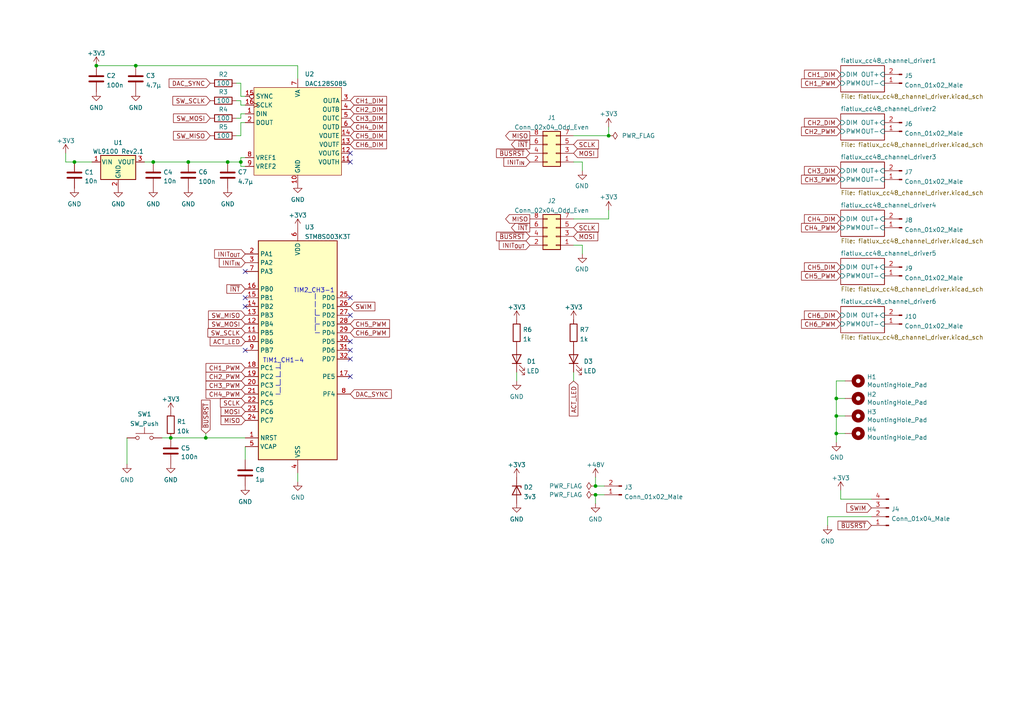
<source format=kicad_sch>
(kicad_sch (version 20211123) (generator eeschema)
  (paper "A4")
  (lib_symbols
    (symbol "Connector:Conn_01x02_Male" (pin_names (offset 1.016) hide)
      (property "Reference" "J" (at 0 2.54 0))
      (property "Value" "Conn_01x02_Male" (at 0 -5.08 0))
      (symbol "Conn_01x02_Male_1_1"
        (polyline (pts (xy 1.27 -2.54) (xy 0.8636 -2.54)) (stroke (width 0.1524)))
        (polyline (pts (xy 1.27 0) (xy 0.8636 0)) (stroke (width 0.1524)))
        (rectangle (start 0.8636 -2.413) (end 0 -2.667) (stroke (width 0.1524)) (fill (type outline)))
        (rectangle (start 0.8636 0.127) (end 0 -0.127) (stroke (width 0.1524)) (fill (type outline)))
        (pin passive line (at 5.08 0 180) (length 3.81) (name "Pin_1") (number "1"))
        (pin passive line (at 5.08 -2.54 180) (length 3.81) (name "Pin_2") (number "2"))
      )
    )
    (symbol "Connector:Conn_01x04_Male" (pin_names (offset 1.016) hide)
      (property "Reference" "J" (at 0 5.08 0))
      (property "Value" "Conn_01x04_Male" (at 0 -7.62 0))
      (symbol "Conn_01x04_Male_1_1"
        (polyline (pts (xy 1.27 -5.08) (xy 0.8636 -5.08)) (stroke (width 0.1524)))
        (polyline (pts (xy 1.27 -2.54) (xy 0.8636 -2.54)) (stroke (width 0.1524)))
        (polyline (pts (xy 1.27 0) (xy 0.8636 0)) (stroke (width 0.1524)))
        (polyline (pts (xy 1.27 2.54) (xy 0.8636 2.54)) (stroke (width 0.1524)))
        (rectangle (start 0.8636 -4.953) (end 0 -5.207) (stroke (width 0.1524)) (fill (type outline)))
        (rectangle (start 0.8636 -2.413) (end 0 -2.667) (stroke (width 0.1524)) (fill (type outline)))
        (rectangle (start 0.8636 0.127) (end 0 -0.127) (stroke (width 0.1524)) (fill (type outline)))
        (rectangle (start 0.8636 2.667) (end 0 2.413) (stroke (width 0.1524)) (fill (type outline)))
        (pin passive line (at 5.08 2.54 180) (length 3.81) (name "Pin_1") (number "1"))
        (pin passive line (at 5.08 0 180) (length 3.81) (name "Pin_2") (number "2"))
        (pin passive line (at 5.08 -2.54 180) (length 3.81) (name "Pin_3") (number "3"))
        (pin passive line (at 5.08 -5.08 180) (length 3.81) (name "Pin_4") (number "4"))
      )
    )
    (symbol "Connector_Generic:Conn_02x04_Odd_Even" (pin_names (offset 1.016) hide)
      (property "Reference" "J" (at 1.27 5.08 0))
      (property "Value" "Conn_02x04_Odd_Even" (at 1.27 -7.62 0))
      (symbol "Conn_02x04_Odd_Even_1_1"
        (rectangle (start -1.27 -4.953) (end 0 -5.207) (stroke (width 0.1524)))
        (rectangle (start -1.27 -2.413) (end 0 -2.667) (stroke (width 0.1524)))
        (rectangle (start -1.27 0.127) (end 0 -0.127) (stroke (width 0.1524)))
        (rectangle (start -1.27 2.667) (end 0 2.413) (stroke (width 0.1524)))
        (rectangle (start -1.27 3.81) (end 3.81 -6.35) (stroke (width 0.254)) (fill (type background)))
        (rectangle (start 3.81 -4.953) (end 2.54 -5.207) (stroke (width 0.1524)))
        (rectangle (start 3.81 -2.413) (end 2.54 -2.667) (stroke (width 0.1524)))
        (rectangle (start 3.81 0.127) (end 2.54 -0.127) (stroke (width 0.1524)))
        (rectangle (start 3.81 2.667) (end 2.54 2.413) (stroke (width 0.1524)))
        (pin passive line (at -5.08 2.54 0) (length 3.81) (name "Pin_1") (number "1"))
        (pin passive line (at 7.62 2.54 180) (length 3.81) (name "Pin_2") (number "2"))
        (pin passive line (at -5.08 0 0) (length 3.81) (name "Pin_3") (number "3"))
        (pin passive line (at 7.62 0 180) (length 3.81) (name "Pin_4") (number "4"))
        (pin passive line (at -5.08 -2.54 0) (length 3.81) (name "Pin_5") (number "5"))
        (pin passive line (at 7.62 -2.54 180) (length 3.81) (name "Pin_6") (number "6"))
        (pin passive line (at -5.08 -5.08 0) (length 3.81) (name "Pin_7") (number "7"))
        (pin passive line (at 7.62 -5.08 180) (length 3.81) (name "Pin_8") (number "8"))
      )
    )
    (symbol "Device:C" (pin_numbers hide) (pin_names (offset 0.254))
      (property "Reference" "C" (at 0.635 2.54 0))
      (property "Value" "C" (at 0.635 -2.54 0))
      (symbol "C_0_1"
        (polyline (pts (xy -2.032 -0.762) (xy 2.032 -0.762)) (stroke (width 0.508)))
        (polyline (pts (xy -2.032 0.762) (xy 2.032 0.762)) (stroke (width 0.508)))
      )
      (symbol "C_1_1"
        (pin passive line (at 0 3.81 270) (length 2.794) (name "~") (number "1"))
        (pin passive line (at 0 -3.81 90) (length 2.794) (name "~") (number "2"))
      )
    )
    (symbol "Device:D_Zener" (pin_numbers hide) (pin_names (offset 1.016) hide)
      (property "Reference" "D" (at 0 2.54 0))
      (property "Value" "D_Zener" (at 0 -2.54 0))
      (symbol "D_Zener_0_1"
        (polyline (pts (xy 1.27 0) (xy -1.27 0)))
        (polyline (pts (xy -1.27 -1.27) (xy -1.27 1.27) (xy -0.762 1.27)) (stroke (width 0.254)))
        (polyline (pts (xy 1.27 -1.27) (xy 1.27 1.27) (xy -1.27 0) (xy 1.27 -1.27)) (stroke (width 0.254)))
      )
      (symbol "D_Zener_1_1"
        (pin passive line (at -3.81 0 0) (length 2.54) (name "K") (number "1"))
        (pin passive line (at 3.81 0 180) (length 2.54) (name "A") (number "2"))
      )
    )
    (symbol "Device:LED" (pin_numbers hide) (pin_names (offset 1.016) hide)
      (property "Reference" "D" (at 0 2.54 0))
      (property "Value" "LED" (at 0 -2.54 0))
      (symbol "LED_0_1"
        (polyline (pts (xy -1.27 -1.27) (xy -1.27 1.27)) (stroke (width 0.254)))
        (polyline (pts (xy -1.27 0) (xy 1.27 0)))
        (polyline (pts (xy 1.27 -1.27) (xy 1.27 1.27) (xy -1.27 0) (xy 1.27 -1.27)) (stroke (width 0.254)))
        (polyline (pts (xy -3.048 -0.762) (xy -4.572 -2.286) (xy -3.81 -2.286) (xy -4.572 -2.286) (xy -4.572 -1.524)))
        (polyline (pts (xy -1.778 -0.762) (xy -3.302 -2.286) (xy -2.54 -2.286) (xy -3.302 -2.286) (xy -3.302 -1.524)))
      )
      (symbol "LED_1_1"
        (pin passive line (at -3.81 0 0) (length 2.54) (name "K") (number "1"))
        (pin passive line (at 3.81 0 180) (length 2.54) (name "A") (number "2"))
      )
    )
    (symbol "Device:R" (pin_numbers hide) (pin_names (offset 0))
      (property "Reference" "R" (at 2.032 0 90))
      (property "Value" "R" (at 0 0 90))
      (symbol "R_0_1"
        (rectangle (start -1.016 -2.54) (end 1.016 2.54) (stroke (width 0.254)))
      )
      (symbol "R_1_1"
        (pin passive line (at 0 3.81 270) (length 1.27) (name "~") (number "1"))
        (pin passive line (at 0 -3.81 90) (length 1.27) (name "~") (number "2"))
      )
    )
    (symbol "Library:DAC128S085"
      (property "Reference" "U" (at 0 -1.27 0))
      (property "Value" "DAC128S085" (at 0 1.27 0))
      (symbol "DAC128S085_0_1"
        (rectangle (start -12.7 12.7) (end 12.7 -12.7) (stroke (width 0.1524)) (fill (type background)))
      )
      (symbol "DAC128S085_1_1"
        (pin input line (at -15.24 5.08 0) (length 2.54) (name "DIN") (number "1"))
        (pin power_in line (at 0 -15.24 90) (length 2.54) (name "GND") (number "10"))
        (pin output line (at 15.24 -8.89 180) (length 2.54) (name "VOUTH") (number "11"))
        (pin output line (at 15.24 -6.35 180) (length 2.54) (name "VOUTG") (number "12"))
        (pin output line (at 15.24 -3.81 180) (length 2.54) (name "VOUTF") (number "13"))
        (pin output line (at 15.24 -1.27 180) (length 2.54) (name "VOUTE") (number "14"))
        (pin input inverted (at -15.24 10.16 0) (length 2.54) (name "SYNC") (number "15"))
        (pin input clock (at -15.24 7.62 0) (length 2.54) (name "SCLK") (number "16"))
        (pin output line (at -15.24 2.54 0) (length 2.54) (name "DOUT") (number "2"))
        (pin output line (at 15.24 8.89 180) (length 2.54) (name "OUTA") (number "3"))
        (pin output line (at 15.24 6.35 180) (length 2.54) (name "OUTB") (number "4"))
        (pin output line (at 15.24 3.81 180) (length 2.54) (name "OUTC") (number "5"))
        (pin output line (at 15.24 1.27 180) (length 2.54) (name "OUTD") (number "6"))
        (pin power_in line (at 0 15.24 270) (length 2.54) (name "VA") (number "7"))
        (pin input line (at -15.24 -7.62 0) (length 2.54) (name "VREF1") (number "8"))
        (pin input line (at -15.24 -10.16 0) (length 2.54) (name "VREF2") (number "9"))
      )
    )
    (symbol "MCU_ST_STM8:STM8S003K3T"
      (property "Reference" "U" (at 1.27 35.56 0))
      (property "Value" "STM8S003K3T" (at 1.27 33.02 0))
      (symbol "STM8S003K3T_0_1"
        (rectangle (start -11.43 31.75) (end 11.43 -31.75) (stroke (width 0.254)) (fill (type background)))
      )
      (symbol "STM8S003K3T_1_1"
        (pin input line (at -15.24 -25.4 0) (length 3.81) (name "NRST") (number "1"))
        (pin bidirectional line (at -15.24 2.54 0) (length 3.81) (name "PB6") (number "10"))
        (pin bidirectional line (at -15.24 5.08 0) (length 3.81) (name "PB5") (number "11"))
        (pin bidirectional line (at -15.24 7.62 0) (length 3.81) (name "PB4") (number "12"))
        (pin bidirectional line (at -15.24 10.16 0) (length 3.81) (name "PB3") (number "13"))
        (pin bidirectional line (at -15.24 12.7 0) (length 3.81) (name "PB2") (number "14"))
        (pin bidirectional line (at -15.24 15.24 0) (length 3.81) (name "PB1") (number "15"))
        (pin bidirectional line (at -15.24 17.78 0) (length 3.81) (name "PB0") (number "16"))
        (pin bidirectional line (at 15.24 -7.62 180) (length 3.81) (name "PE5") (number "17"))
        (pin bidirectional line (at -15.24 -5.08 0) (length 3.81) (name "PC1") (number "18"))
        (pin bidirectional line (at -15.24 -7.62 0) (length 3.81) (name "PC2") (number "19"))
        (pin bidirectional line (at -15.24 27.94 0) (length 3.81) (name "PA1") (number "2"))
        (pin bidirectional line (at -15.24 -10.16 0) (length 3.81) (name "PC3") (number "20"))
        (pin bidirectional line (at -15.24 -12.7 0) (length 3.81) (name "PC4") (number "21"))
        (pin bidirectional line (at -15.24 -15.24 0) (length 3.81) (name "PC5") (number "22"))
        (pin bidirectional line (at -15.24 -17.78 0) (length 3.81) (name "PC6") (number "23"))
        (pin bidirectional line (at -15.24 -20.32 0) (length 3.81) (name "PC7") (number "24"))
        (pin bidirectional line (at 15.24 15.24 180) (length 3.81) (name "PD0") (number "25"))
        (pin bidirectional line (at 15.24 12.7 180) (length 3.81) (name "PD1") (number "26"))
        (pin bidirectional line (at 15.24 10.16 180) (length 3.81) (name "PD2") (number "27"))
        (pin bidirectional line (at 15.24 7.62 180) (length 3.81) (name "PD3") (number "28"))
        (pin bidirectional line (at 15.24 5.08 180) (length 3.81) (name "PD4") (number "29"))
        (pin bidirectional line (at -15.24 25.4 0) (length 3.81) (name "PA2") (number "3"))
        (pin bidirectional line (at 15.24 2.54 180) (length 3.81) (name "PD5") (number "30"))
        (pin bidirectional line (at 15.24 0 180) (length 3.81) (name "PD6") (number "31"))
        (pin bidirectional line (at 15.24 -2.54 180) (length 3.81) (name "PD7") (number "32"))
        (pin power_in line (at 0 -35.56 90) (length 3.81) (name "VSS") (number "4"))
        (pin input line (at -15.24 -27.94 0) (length 3.81) (name "VCAP") (number "5"))
        (pin power_in line (at 0 35.56 270) (length 3.81) (name "VDD") (number "6"))
        (pin bidirectional line (at -15.24 22.86 0) (length 3.81) (name "PA3") (number "7"))
        (pin bidirectional line (at 15.24 -12.7 180) (length 3.81) (name "PF4") (number "8"))
        (pin bidirectional line (at -15.24 0 0) (length 3.81) (name "PB7") (number "9"))
      )
    )
    (symbol "Mechanical:MountingHole_Pad" (pin_numbers hide) (pin_names (offset 1.016) hide)
      (property "Reference" "H" (at 0 6.35 0))
      (property "Value" "MountingHole_Pad" (at 0 4.445 0))
      (symbol "MountingHole_Pad_0_1"
        (circle (center 0 1.27) (radius 1.27) (stroke (width 1.27)))
      )
      (symbol "MountingHole_Pad_1_1"
        (pin input line (at 0 -2.54 90) (length 2.54) (name "1") (number "1"))
      )
    )
    (symbol "Regulator_Linear:AP2204R-3.0" (pin_names (offset 0.254))
      (property "Reference" "U" (at -5.08 3.175 0))
      (property "Value" "AP2204R-3.0" (at 0 3.175 0))
      (symbol "AP2204R-3.0_0_1"
        (rectangle (start -5.08 1.905) (end 5.08 -5.08) (stroke (width 0.254)) (fill (type background)))
      )
      (symbol "AP2204R-3.0_1_1"
        (pin power_in line (at -7.62 0 0) (length 2.54) (name "VIN") (number "1"))
        (pin power_in line (at 0 -7.62 90) (length 2.54) (name "GND") (number "2"))
        (pin power_out line (at 7.62 0 180) (length 2.54) (name "VOUT") (number "3"))
      )
    )
    (symbol "Switch:SW_Push" (pin_numbers hide) (pin_names (offset 1.016) hide)
      (property "Reference" "SW" (at 1.27 2.54 0))
      (property "Value" "SW_Push" (at 0 -1.524 0))
      (symbol "SW_Push_0_1"
        (circle (center -2.032 0) (radius 0.508))
        (polyline (pts (xy 0 1.27) (xy 0 3.048)))
        (polyline (pts (xy 2.54 1.27) (xy -2.54 1.27)))
        (circle (center 2.032 0) (radius 0.508))
        (pin passive line (at -5.08 0 0) (length 2.54) (name "1") (number "1"))
        (pin passive line (at 5.08 0 180) (length 2.54) (name "2") (number "2"))
      )
    )
    (symbol "power:+3.3V" (power) (pin_names (offset 0))
      (property "Value" "+3.3V" (at 0 3.556 0))
      (symbol "+3.3V_0_1"
        (polyline (pts (xy -0.762 1.27) (xy 0 2.54)))
        (polyline (pts (xy 0 0) (xy 0 2.54)))
        (polyline (pts (xy 0 2.54) (xy 0.762 1.27)))
      )
      (symbol "+3.3V_1_1"
        (pin power_in line (at 0 0 90) (length 0) hide (name "+3V3") (number "1"))
      )
    )
    (symbol "power:+3V3" (power) (pin_names (offset 0))
      (property "Value" "+3V3" (at 0 3.556 0))
      (symbol "+3V3_0_1"
        (polyline (pts (xy -0.762 1.27) (xy 0 2.54)))
        (polyline (pts (xy 0 0) (xy 0 2.54)))
        (polyline (pts (xy 0 2.54) (xy 0.762 1.27)))
      )
      (symbol "+3V3_1_1"
        (pin power_in line (at 0 0 90) (length 0) hide (name "+3V3") (number "1"))
      )
    )
    (symbol "power:+48V" (power) (pin_names (offset 0))
      (property "Value" "+48V" (at 0 3.556 0))
      (symbol "+48V_0_1"
        (polyline (pts (xy -0.762 1.27) (xy 0 2.54)))
        (polyline (pts (xy 0 0) (xy 0 2.54)))
        (polyline (pts (xy 0 2.54) (xy 0.762 1.27)))
      )
      (symbol "+48V_1_1"
        (pin power_in line (at 0 0 90) (length 0) hide (name "+48V") (number "1"))
      )
    )
    (symbol "power:GND" (power) (pin_names (offset 0))
      (property "Value" "GND" (at 0 -3.81 0))
      (symbol "GND_0_1"
        (polyline (pts (xy 0 0) (xy 0 -1.27) (xy 1.27 -1.27) (xy 0 -2.54) (xy -1.27 -1.27) (xy 0 -1.27)))
      )
      (symbol "GND_1_1"
        (pin power_in line (at 0 0 270) (length 0) hide (name "GND") (number "1"))
      )
    )
    (symbol "power:PWR_FLAG" (power) (pin_numbers hide) (pin_names (offset 0) hide)
      (property "Value" "PWR_FLAG" (at 0 3.81 0))
      (symbol "PWR_FLAG_0_0"
        (pin power_out line (at 0 0 90) (length 0) (name "pwr") (number "1"))
      )
      (symbol "PWR_FLAG_0_1"
        (polyline (pts (xy 0 0) (xy 0 1.27) (xy -1.016 1.905) (xy 0 2.54) (xy 1.016 1.905) (xy 0 1.27)))
      )
    )
  )
  (junction (at 44.45 46.99))
  (junction (at 242.57 115.57))
  (junction (at 172.72 140.97))
  (junction (at 66.04 46.99))
  (junction (at 39.37 19.05))
  (junction (at 69.85 46.99))
  (junction (at 21.59 46.99))
  (junction (at 242.57 125.73))
  (junction (at 172.72 143.51))
  (junction (at 54.61 46.99))
  (junction (at 27.94 19.05))
  (junction (at 242.57 120.65))
  (junction (at 49.53 127))
  (junction (at 176.53 39.37))
  (junction (at 59.69 127))
  (no_connect (at 101.6 109.22))
  (no_connect (at 101.6 44.45))
  (no_connect (at 101.6 46.99))
  (no_connect (at 101.6 101.6))
  (no_connect (at 101.6 99.06))
  (no_connect (at 101.6 104.14))
  (no_connect (at 71.12 88.9))
  (no_connect (at 101.6 86.36))
  (no_connect (at 71.12 78.74))
  (no_connect (at 71.12 101.6))
  (no_connect (at 71.12 86.36))
  (no_connect (at 101.6 91.44))
  (wire (pts (xy 69.85 27.94) (xy 69.85 24.13)))
  (wire (pts (xy 86.36 19.05) (xy 86.36 22.86)))
  (wire (pts (xy 27.94 19.05) (xy 39.37 19.05)))
  (wire (pts (xy 243.84 144.78) (xy 243.84 142.24)))
  (wire (pts (xy 69.85 46.99) (xy 69.85 48.26)))
  (wire (pts (xy 176.53 36.83) (xy 176.53 39.37)))
  (polyline (pts (xy 91.44 91.44) (xy 92.71 91.44)))
  (wire (pts (xy 59.69 127) (xy 71.12 127)))
  (wire (pts (xy 69.85 39.37) (xy 68.58 39.37)))
  (wire (pts (xy 39.37 19.05) (xy 86.36 19.05)))
  (wire (pts (xy 19.05 46.99) (xy 21.59 46.99)))
  (wire (pts (xy 252.73 144.78) (xy 243.84 144.78)))
  (wire (pts (xy 242.57 115.57) (xy 242.57 120.65)))
  (wire (pts (xy 69.85 24.13) (xy 68.58 24.13)))
  (wire (pts (xy 242.57 115.57) (xy 245.11 115.57)))
  (wire (pts (xy 166.37 46.99) (xy 168.91 46.99)))
  (polyline (pts (xy 91.44 85.09) (xy 91.44 96.52)))
  (wire (pts (xy 69.85 45.72) (xy 69.85 46.99)))
  (wire (pts (xy 66.04 46.99) (xy 69.85 46.99)))
  (wire (pts (xy 172.72 140.97) (xy 175.26 140.97)))
  (wire (pts (xy 242.57 125.73) (xy 242.57 128.27)))
  (wire (pts (xy 44.45 46.99) (xy 54.61 46.99)))
  (polyline (pts (xy 91.44 93.98) (xy 92.71 93.98)))
  (wire (pts (xy 176.53 39.37) (xy 166.37 39.37)))
  (wire (pts (xy 41.91 46.99) (xy 44.45 46.99)))
  (wire (pts (xy 240.03 149.86) (xy 240.03 152.4)))
  (wire (pts (xy 242.57 120.65) (xy 245.11 120.65)))
  (wire (pts (xy 168.91 46.99) (xy 168.91 49.53)))
  (polyline (pts (xy 80.01 111.76) (xy 81.28 111.76)))
  (wire (pts (xy 69.85 45.72) (xy 71.12 45.72)))
  (wire (pts (xy 240.03 149.86) (xy 252.73 149.86)))
  (wire (pts (xy 49.53 127) (xy 59.69 127)))
  (polyline (pts (xy 80.01 109.22) (xy 81.28 109.22)))
  (polyline (pts (xy 91.44 96.52) (xy 92.71 96.52)))
  (wire (pts (xy 21.59 46.99) (xy 26.67 46.99)))
  (wire (pts (xy 175.26 143.51) (xy 172.72 143.51)))
  (wire (pts (xy 69.85 30.48) (xy 71.12 30.48)))
  (wire (pts (xy 168.91 71.12) (xy 168.91 73.66)))
  (wire (pts (xy 46.99 127) (xy 49.53 127)))
  (wire (pts (xy 242.57 110.49) (xy 242.57 115.57)))
  (wire (pts (xy 36.83 127) (xy 36.83 134.62)))
  (wire (pts (xy 176.53 63.5) (xy 166.37 63.5)))
  (wire (pts (xy 172.72 138.43) (xy 172.72 140.97)))
  (wire (pts (xy 71.12 48.26) (xy 69.85 48.26)))
  (wire (pts (xy 69.85 33.02) (xy 69.85 34.29)))
  (wire (pts (xy 71.12 33.02) (xy 69.85 33.02)))
  (wire (pts (xy 69.85 29.21) (xy 69.85 30.48)))
  (polyline (pts (xy 80.01 114.3) (xy 81.28 114.3)))
  (wire (pts (xy 176.53 60.96) (xy 176.53 63.5)))
  (wire (pts (xy 149.86 107.95) (xy 149.86 110.49)))
  (wire (pts (xy 245.11 110.49) (xy 242.57 110.49)))
  (wire (pts (xy 71.12 27.94) (xy 69.85 27.94)))
  (wire (pts (xy 71.12 35.56) (xy 69.85 35.56)))
  (polyline (pts (xy 81.28 105.41) (xy 81.28 114.3)))
  (wire (pts (xy 86.36 137.16) (xy 86.36 139.7)))
  (wire (pts (xy 68.58 34.29) (xy 69.85 34.29)))
  (wire (pts (xy 172.72 143.51) (xy 172.72 146.05)))
  (polyline (pts (xy 80.01 106.68) (xy 81.28 106.68)))
  (wire (pts (xy 166.37 71.12) (xy 168.91 71.12)))
  (wire (pts (xy 245.11 125.73) (xy 242.57 125.73)))
  (wire (pts (xy 59.69 125.73) (xy 59.69 127)))
  (wire (pts (xy 68.58 29.21) (xy 69.85 29.21)))
  (wire (pts (xy 71.12 129.54) (xy 71.12 133.35)))
  (wire (pts (xy 19.05 46.99) (xy 19.05 44.45)))
  (wire (pts (xy 242.57 120.65) (xy 242.57 125.73)))
  (wire (pts (xy 166.37 107.95) (xy 166.37 110.49)))
  (wire (pts (xy 54.61 46.99) (xy 66.04 46.99)))
  (wire (pts (xy 69.85 35.56) (xy 69.85 39.37)))
  (text "TIM1_CH1-4" (at 76.2 105.41 0) (effects (font (size 1.27 1.27)) (justify left bottom)))
  (text "TIM2_CH3-1" (at 85.09 85.09 0) (effects (font (size 1.27 1.27)) (justify left bottom)))
  (global_label "CH6_DIM" (shape input) (at 243.84 91.44 180) (property "Intersheet References" "${INTERSHEET_REFS}" (effects hide)))
  (global_label "SW_SCLK" (shape input) (at 60.96 29.21 180) (property "Intersheet References" "${INTERSHEET_REFS}" (effects hide)))
  (global_label "INIT_{OUT}" (shape input) (at 153.67 71.12 180) (property "Referenzen zwischen Schaltplänen" "${INTERSHEET_REFS}" (effects hide)))
  (global_label "CH2_DIM" (shape input) (at 101.6 31.75 0) (property "Intersheet References" "${INTERSHEET_REFS}" (effects hide)))
  (global_label "CH5_PWM" (shape input) (at 101.6 93.98 0) (property "Intersheet References" "${INTERSHEET_REFS}" (effects hide)))
  (global_label "CH5_DIM" (shape input) (at 243.84 77.47 180) (property "Intersheet References" "${INTERSHEET_REFS}" (effects hide)))
  (global_label "SCLK" (shape input) (at 166.37 66.04 0) (property "Referenzen zwischen Schaltplänen" "${INTERSHEET_REFS}" (effects hide)))
  (global_label "MOSI" (shape input) (at 166.37 68.58 0) (property "Referenzen zwischen Schaltplänen" "${INTERSHEET_REFS}" (effects hide)))
  (global_label "SW_MISO" (shape input) (at 71.12 91.44 180) (property "Intersheet References" "${INTERSHEET_REFS}" (effects hide)))
  (global_label "SW_MOSI" (shape input) (at 71.12 93.98 180) (property "Intersheet References" "${INTERSHEET_REFS}" (effects hide)))
  (global_label "CH2_PWM" (shape input) (at 71.12 109.22 180) (property "Intersheet References" "${INTERSHEET_REFS}" (effects hide)))
  (global_label "CH4_PWM" (shape input) (at 71.12 114.3 180) (property "Intersheet References" "${INTERSHEET_REFS}" (effects hide)))
  (global_label "~{BUSRST}" (shape input) (at 252.73 152.4 180) (property "Referenzen zwischen Schaltplänen" "${INTERSHEET_REFS}" (effects hide)))
  (global_label "ACT_LED" (shape input) (at 166.37 110.49 270) (property "Intersheet References" "${INTERSHEET_REFS}" (effects hide)))
  (global_label "INIT_{IN}" (shape input) (at 153.67 46.99 180) (property "Referenzen zwischen Schaltplänen" "${INTERSHEET_REFS}" (effects hide)))
  (global_label "SCLK" (shape input) (at 166.37 41.91 0) (property "Referenzen zwischen Schaltplänen" "${INTERSHEET_REFS}" (effects hide)))
  (global_label "MOSI" (shape input) (at 166.37 44.45 0) (property "Referenzen zwischen Schaltplänen" "${INTERSHEET_REFS}" (effects hide)))
  (global_label "~{INT}" (shape output) (at 153.67 41.91 180) (property "Referenzen zwischen Schaltplänen" "${INTERSHEET_REFS}" (effects hide)))
  (global_label "SWIM" (shape input) (at 101.6 88.9 0) (property "Intersheet References" "${INTERSHEET_REFS}" (effects hide)))
  (global_label "CH1_DIM" (shape input) (at 101.6 29.21 0) (property "Intersheet References" "${INTERSHEET_REFS}" (effects hide)))
  (global_label "SWIM" (shape input) (at 252.73 147.32 180) (property "Intersheet References" "${INTERSHEET_REFS}" (effects hide)))
  (global_label "CH3_DIM" (shape input) (at 101.6 34.29 0) (property "Intersheet References" "${INTERSHEET_REFS}" (effects hide)))
  (global_label "SW_MOSI" (shape input) (at 60.96 34.29 180) (property "Intersheet References" "${INTERSHEET_REFS}" (effects hide)))
  (global_label "MISO" (shape output) (at 153.67 63.5 180) (property "Referenzen zwischen Schaltplänen" "${INTERSHEET_REFS}" (effects hide)))
  (global_label "~{INT}" (shape output) (at 153.67 66.04 180) (property "Referenzen zwischen Schaltplänen" "${INTERSHEET_REFS}" (effects hide)))
  (global_label "CH6_PWM" (shape input) (at 243.84 93.98 180) (property "Intersheet References" "${INTERSHEET_REFS}" (effects hide)))
  (global_label "CH3_DIM" (shape input) (at 243.84 49.53 180) (property "Intersheet References" "${INTERSHEET_REFS}" (effects hide)))
  (global_label "CH3_PWM" (shape input) (at 71.12 111.76 180) (property "Intersheet References" "${INTERSHEET_REFS}" (effects hide)))
  (global_label "CH1_PWM" (shape input) (at 71.12 106.68 180) (property "Intersheet References" "${INTERSHEET_REFS}" (effects hide)))
  (global_label "MOSI" (shape input) (at 71.12 119.38 180) (property "Intersheet References" "${INTERSHEET_REFS}" (effects hide)))
  (global_label "SW_SCLK" (shape input) (at 71.12 96.52 180) (property "Intersheet References" "${INTERSHEET_REFS}" (effects hide)))
  (global_label "CH4_DIM" (shape input) (at 243.84 63.5 180) (property "Intersheet References" "${INTERSHEET_REFS}" (effects hide)))
  (global_label "DAC_SYNC" (shape input) (at 60.96 24.13 180) (property "Intersheet References" "${INTERSHEET_REFS}" (effects hide)))
  (global_label "SCLK" (shape input) (at 71.12 116.84 180) (property "Intersheet References" "${INTERSHEET_REFS}" (effects hide)))
  (global_label "~{BUSRST}" (shape input) (at 153.67 44.45 180) (property "Referenzen zwischen Schaltplänen" "${INTERSHEET_REFS}" (effects hide)))
  (global_label "CH3_PWM" (shape input) (at 243.84 52.07 180) (property "Intersheet References" "${INTERSHEET_REFS}" (effects hide)))
  (global_label "DAC_SYNC" (shape input) (at 101.6 114.3 0) (property "Intersheet References" "${INTERSHEET_REFS}" (effects hide)))
  (global_label "MISO" (shape output) (at 153.67 39.37 180) (property "Referenzen zwischen Schaltplänen" "${INTERSHEET_REFS}" (effects hide)))
  (global_label "CH5_DIM" (shape input) (at 101.6 39.37 0) (property "Intersheet References" "${INTERSHEET_REFS}" (effects hide)))
  (global_label "INIT_{IN}" (shape input) (at 71.12 76.2 180) (property "Intersheet References" "${INTERSHEET_REFS}" (effects hide)))
  (global_label "~{BUSRST}" (shape input) (at 59.69 125.73 90) (property "Referenzen zwischen Schaltplänen" "${INTERSHEET_REFS}" (effects hide)))
  (global_label "CH2_PWM" (shape input) (at 243.84 38.1 180) (property "Intersheet References" "${INTERSHEET_REFS}" (effects hide)))
  (global_label "SW_MISO" (shape input) (at 60.96 39.37 180) (property "Intersheet References" "${INTERSHEET_REFS}" (effects hide)))
  (global_label "INIT_{OUT}" (shape input) (at 71.12 73.66 180) (property "Intersheet References" "${INTERSHEET_REFS}" (effects hide)))
  (global_label "CH5_PWM" (shape input) (at 243.84 80.01 180) (property "Intersheet References" "${INTERSHEET_REFS}" (effects hide)))
  (global_label "CH2_DIM" (shape input) (at 243.84 35.56 180) (property "Intersheet References" "${INTERSHEET_REFS}" (effects hide)))
  (global_label "CH4_PWM" (shape input) (at 243.84 66.04 180) (property "Intersheet References" "${INTERSHEET_REFS}" (effects hide)))
  (global_label "CH6_PWM" (shape input) (at 101.6 96.52 0) (property "Intersheet References" "${INTERSHEET_REFS}" (effects hide)))
  (global_label "~{INT}" (shape input) (at 71.12 83.82 180) (property "Intersheet References" "${INTERSHEET_REFS}" (effects hide)))
  (global_label "CH6_DIM" (shape input) (at 101.6 41.91 0) (property "Intersheet References" "${INTERSHEET_REFS}" (effects hide)))
  (global_label "ACT_LED" (shape input) (at 71.12 99.06 180) (property "Intersheet References" "${INTERSHEET_REFS}" (effects hide)))
  (global_label "MISO" (shape input) (at 71.12 121.92 180) (property "Intersheet References" "${INTERSHEET_REFS}" (effects hide)))
  (global_label "CH1_PWM" (shape input) (at 243.84 24.13 180) (property "Intersheet References" "${INTERSHEET_REFS}" (effects hide)))
  (global_label "CH1_DIM" (shape input) (at 243.84 21.59 180) (property "Intersheet References" "${INTERSHEET_REFS}" (effects hide)))
  (global_label "~{BUSRST}" (shape input) (at 153.67 68.58 180) (property "Referenzen zwischen Schaltplänen" "${INTERSHEET_REFS}" (effects hide)))
  (global_label "CH4_DIM" (shape input) (at 101.6 36.83 0) (property "Intersheet References" "${INTERSHEET_REFS}" (effects hide)))
  (symbol (lib_id "Mechanical:MountingHole_Pad") (at 247.65 125.73 270) (unit 1)
    (property "Reference" "H4" (at 251.46 124.5616 90) (effects (justify left)))
    (property "Value" "MountingHole_Pad" (at 251.46 126.873 90) (effects (justify left)))
    (property "Footprint" "MountingHole:MountingHole_2.2mm_M2_Pad_Via" (effects hide))
    (property "LCSC" "-" (effects hide))
  )
  (symbol (lib_id "Device:LED") (at 166.37 104.14 90) (unit 1)
    (property "Reference" "D3" (at 169.291 104.819 90) (effects (justify right)))
    (property "Value" "LED" (at 169.291 107.5941 90) (effects (justify right)))
    (property "Footprint" "LED_SMD:LED_0805_2012Metric" (effects hide))
  )
  (symbol (lib_id "power:PWR_FLAG") (at 172.72 140.97 90) (unit 1)
    (property "Reference" "#FLG01" (effects hide))
    (property "Value" "PWR_FLAG" (at 168.91 140.9699 90) (effects (justify left)))
  )
  (symbol (lib_id "Device:C") (at 21.59 50.8 0) (unit 1)
    (property "Reference" "C1" (at 24.511 49.9653 0) (effects (justify left)))
    (property "Value" "10n" (at 24.511 52.5022 0) (effects (justify left)))
    (property "Footprint" "Capacitor_SMD:C_0805_2012Metric" (effects hide))
  )
  (symbol (lib_id "Device:D_Zener") (at 149.86 142.24 270) (unit 1)
    (property "Reference" "D2" (at 151.892 141.3315 90) (effects (justify left)))
    (property "Value" "3v3" (at 151.892 144.1066 90) (effects (justify left)))
    (property "Footprint" "Diode_SMD:D_MiniMELF" (effects hide))
  )
  (symbol (lib_id "power:GND") (at 71.12 140.97 0) (unit 1)
    (property "Reference" "#PWR013" (effects hide))
    (property "Value" "GND" (at 71.12 145.5325 0))
  )
  (symbol (lib_id "Device:C") (at 27.94 22.86 0) (unit 1)
    (property "Reference" "C2" (at 30.861 21.9515 0) (effects (justify left)))
    (property "Value" "100n" (at 30.861 24.7266 0) (effects (justify left)))
    (property "Footprint" "Capacitor_SMD:C_0805_2012Metric" (effects hide))
  )
  (symbol (lib_id "power:GND") (at 66.04 54.61 0) (unit 1)
    (property "Reference" "#PWR012" (effects hide))
    (property "Value" "GND" (at 66.04 59.1725 0))
  )
  (symbol (lib_id "Device:R") (at 149.86 96.52 0) (unit 1)
    (property "Reference" "R6" (at 151.638 95.6115 0) (effects (justify left)))
    (property "Value" "1k" (at 151.638 98.3866 0) (effects (justify left)))
    (property "Footprint" "Resistor_SMD:R_0603_1608Metric" (effects hide))
  )
  (symbol (lib_id "Connector:Conn_01x02_Male") (at 261.62 38.1 180) (unit 1)
    (property "Reference" "J6" (at 262.3312 35.9215 0) (effects (justify right)))
    (property "Value" "Conn_01x02_Male" (at 262.3312 38.6966 0) (effects (justify right)))
    (property "Footprint" "TerminalBlock:TerminalBlock_bornier-2_P5.08mm" (effects hide))
  )
  (symbol (lib_id "Connector:Conn_01x02_Male") (at 180.34 143.51 180) (unit 1)
    (property "Reference" "J3" (at 181.0512 141.3315 0) (effects (justify right)))
    (property "Value" "Conn_01x02_Male" (at 181.0512 144.1066 0) (effects (justify right)))
    (property "Footprint" "TerminalBlock:TerminalBlock_bornier-2_P5.08mm" (effects hide))
  )
  (symbol (lib_id "power:+3V3") (at 19.05 44.45 0) (unit 1)
    (property "Reference" "#PWR01" (effects hide))
    (property "Value" "+3V3" (at 19.05 40.8455 0))
  )
  (symbol (lib_id "Mechanical:MountingHole_Pad") (at 247.65 115.57 270) (unit 1)
    (property "Reference" "H2" (at 251.46 114.4016 90) (effects (justify left)))
    (property "Value" "MountingHole_Pad" (at 251.46 116.713 90) (effects (justify left)))
    (property "Footprint" "MountingHole:MountingHole_2.2mm_M2_Pad_Via" (effects hide))
    (property "LCSC" "-" (effects hide))
  )
  (symbol (lib_id "power:GND") (at 39.37 26.67 0) (unit 1)
    (property "Reference" "#PWR07" (effects hide))
    (property "Value" "GND" (at 39.37 31.2325 0))
  )
  (symbol (lib_id "Device:R") (at 166.37 96.52 0) (unit 1)
    (property "Reference" "R7" (at 168.148 95.6115 0) (effects (justify left)))
    (property "Value" "1k" (at 168.148 98.3866 0) (effects (justify left)))
    (property "Footprint" "Resistor_SMD:R_0603_1608Metric" (effects hide))
  )
  (symbol (lib_id "Connector:Conn_01x02_Male") (at 261.62 80.01 180) (unit 1)
    (property "Reference" "J9" (at 262.3312 77.8315 0) (effects (justify right)))
    (property "Value" "Conn_01x02_Male" (at 262.3312 80.6066 0) (effects (justify right)))
    (property "Footprint" "TerminalBlock:TerminalBlock_bornier-2_P5.08mm" (effects hide))
  )
  (symbol (lib_id "power:GND") (at 242.57 128.27 0) (unit 1)
    (property "Reference" "#PWR029" (effects hide))
    (property "Value" "GND" (at 242.697 132.6642 0))
  )
  (symbol (lib_id "Device:C") (at 66.04 50.8 0) (unit 1)
    (property "Reference" "C7" (at 68.961 49.8915 0) (effects (justify left)))
    (property "Value" "4.7µ" (at 68.961 52.6666 0) (effects (justify left)))
    (property "Footprint" "Capacitor_SMD:C_0805_2012Metric" (effects hide))
  )
  (symbol (lib_id "Connector:Conn_01x02_Male") (at 261.62 66.04 180) (unit 1)
    (property "Reference" "J8" (at 262.3312 63.8615 0) (effects (justify right)))
    (property "Value" "Conn_01x02_Male" (at 262.3312 66.6366 0) (effects (justify right)))
    (property "Footprint" "TerminalBlock:TerminalBlock_bornier-2_P5.08mm" (effects hide))
  )
  (symbol (lib_id "power:GND") (at 27.94 26.67 0) (unit 1)
    (property "Reference" "#PWR04" (effects hide))
    (property "Value" "GND" (at 27.94 31.2325 0))
  )
  (symbol (lib_id "Device:C") (at 54.61 50.8 0) (unit 1)
    (property "Reference" "C6" (at 57.531 49.8915 0) (effects (justify left)))
    (property "Value" "100n" (at 57.531 52.6666 0) (effects (justify left)))
    (property "Footprint" "Capacitor_SMD:C_0805_2012Metric" (effects hide))
  )
  (symbol (lib_id "Device:C") (at 44.45 50.8 0) (unit 1)
    (property "Reference" "C4" (at 47.371 49.9653 0) (effects (justify left)))
    (property "Value" "10n" (at 47.371 52.5022 0) (effects (justify left)))
    (property "Footprint" "Capacitor_SMD:C_0805_2012Metric" (effects hide))
  )
  (symbol (lib_id "power:+48V") (at 172.72 138.43 0) (unit 1)
    (property "Reference" "#PWR024" (effects hide))
    (property "Value" "+48V" (at 172.72 134.8255 0))
  )
  (symbol (lib_id "Device:R") (at 64.77 24.13 90) (unit 1)
    (property "Reference" "R2" (at 64.77 21.59 90))
    (property "Value" "100" (at 64.77 24.13 90))
    (property "Footprint" "Resistor_SMD:R_0603_1608Metric" (effects hide))
  )
  (symbol (lib_id "Connector:Conn_01x04_Male") (at 257.81 149.86 180) (unit 1)
    (property "Reference" "J4" (at 258.5212 147.6815 0) (effects (justify right)))
    (property "Value" "Conn_01x04_Male" (at 258.5212 150.4566 0) (effects (justify right)))
    (property "Footprint" "Connector_PinHeader_2.54mm:PinHeader_1x04_P2.54mm_Vertical" (effects hide))
  )
  (symbol (lib_id "Device:C") (at 49.53 130.81 0) (unit 1)
    (property "Reference" "C5" (at 52.451 129.9753 0) (effects (justify left)))
    (property "Value" "100n" (at 52.451 132.5122 0) (effects (justify left)))
    (property "Footprint" "Capacitor_SMD:C_0805_2012Metric" (effects hide))
  )
  (symbol (lib_id "Connector:Conn_01x02_Male") (at 261.62 52.07 180) (unit 1)
    (property "Reference" "J7" (at 262.3312 49.8915 0) (effects (justify right)))
    (property "Value" "Conn_01x02_Male" (at 262.3312 52.6666 0) (effects (justify right)))
    (property "Footprint" "TerminalBlock:TerminalBlock_bornier-2_P5.08mm" (effects hide))
  )
  (symbol (lib_id "Device:R") (at 64.77 39.37 90) (unit 1)
    (property "Reference" "R5" (at 64.77 36.83 90))
    (property "Value" "100" (at 64.77 39.37 90))
    (property "Footprint" "Resistor_SMD:R_0603_1608Metric" (effects hide))
  )
  (symbol (lib_id "MCU_ST_STM8:STM8S003K3T") (at 86.36 101.6 0) (unit 1)
    (property "Reference" "U3" (at 88.3794 65.8835 0) (effects (justify left)))
    (property "Value" "STM8S003K3T" (at 88.3794 68.6586 0) (effects (justify left)))
    (property "Footprint" "Package_QFP:LQFP-32_7x7mm_P0.8mm" (effects hide))
    (property "Datasheet" "http://www.st.com/st-web-ui/static/active/en/resource/technical/document/datasheet/DM00024550.pdf" (effects hide))
    (property "LCSC" "C92470" (effects hide))
  )
  (symbol (lib_id "Mechanical:MountingHole_Pad") (at 247.65 120.65 270) (unit 1)
    (property "Reference" "H3" (at 251.46 119.4816 90) (effects (justify left)))
    (property "Value" "MountingHole_Pad" (at 251.46 121.793 90) (effects (justify left)))
    (property "Footprint" "MountingHole:MountingHole_2.2mm_M2_Pad_Via" (effects hide))
    (property "LCSC" "-" (effects hide))
  )
  (symbol (lib_id "power:GND") (at 168.91 49.53 0) (mirror y) (unit 1)
    (property "Reference" "#PWR022" (effects hide))
    (property "Value" "GND" (at 168.783 53.9242 0))
  )
  (symbol (lib_id "power:GND") (at 36.83 134.62 0) (unit 1)
    (property "Reference" "#PWR06" (effects hide))
    (property "Value" "GND" (at 36.83 139.1825 0))
  )
  (symbol (lib_id "Connector:Conn_01x02_Male") (at 261.62 93.98 180) (unit 1)
    (property "Reference" "J10" (at 262.3312 91.8015 0) (effects (justify right)))
    (property "Value" "Conn_01x02_Male" (at 262.3312 94.5766 0) (effects (justify right)))
    (property "Footprint" "TerminalBlock:TerminalBlock_bornier-2_P5.08mm" (effects hide))
  )
  (symbol (lib_id "power:GND") (at 240.03 152.4 0) (unit 1)
    (property "Reference" "#PWR028" (effects hide))
    (property "Value" "GND" (at 240.03 156.9625 0))
  )
  (symbol (lib_id "power:GND") (at 54.61 54.61 0) (unit 1)
    (property "Reference" "#PWR011" (effects hide))
    (property "Value" "GND" (at 54.61 59.1725 0))
  )
  (symbol (lib_id "power:+3.3V") (at 176.53 60.96 0) (unit 1)
    (property "Reference" "#PWR027" (effects hide))
    (property "Value" "+3.3V" (at 176.53 57.15 0))
  )
  (symbol (lib_id "Device:R") (at 49.53 123.19 0) (unit 1)
    (property "Reference" "R1" (at 51.308 122.2815 0) (effects (justify left)))
    (property "Value" "10k" (at 51.308 125.0566 0) (effects (justify left)))
    (property "Footprint" "Resistor_SMD:R_0603_1608Metric" (effects hide))
  )
  (symbol (lib_id "Regulator_Linear:AP2204R-3.0") (at 34.29 46.99 0) (unit 1)
    (property "Reference" "U1" (at 34.29 41.3852 0))
    (property "Value" "WL9100 Rev2.1" (at 34.29 43.9221 0))
    (property "Footprint" "Package_TO_SOT_SMD:SOT-23" (effects hide))
    (property "Datasheet" "https://www.diodes.com/assets/Datasheets/AP2204.pdf" (effects hide))
  )
  (symbol (lib_id "Library:DAC128S085") (at 86.36 38.1 0) (unit 1)
    (property "Reference" "U2" (at 88.3794 21.4843 0) (effects (justify left)))
    (property "Value" "DAC128S085" (at 88.3794 24.2594 0) (effects (justify left)))
    (property "Footprint" "Package_SO:SSOP-16_3.9x4.9mm_P0.635mm" (effects hide))
    (property "LCSC" "C882851" (effects hide))
  )
  (symbol (lib_id "power:+3V3") (at 149.86 92.71 0) (unit 1)
    (property "Reference" "#PWR017" (effects hide))
    (property "Value" "+3V3" (at 149.86 89.1055 0))
  )
  (symbol (lib_id "power:GND") (at 172.72 146.05 0) (unit 1)
    (property "Reference" "#PWR025" (effects hide))
    (property "Value" "GND" (at 172.72 150.6125 0))
  )
  (symbol (lib_id "Mechanical:MountingHole_Pad") (at 247.65 110.49 270) (unit 1)
    (property "Reference" "H1" (at 251.46 109.3216 90) (effects (justify left)))
    (property "Value" "MountingHole_Pad" (at 251.46 111.633 90) (effects (justify left)))
    (property "Footprint" "MountingHole:MountingHole_2.2mm_M2_Pad_Via" (effects hide))
    (property "LCSC" "-" (effects hide))
  )
  (symbol (lib_id "power:GND") (at 168.91 73.66 0) (mirror y) (unit 1)
    (property "Reference" "#PWR023" (effects hide))
    (property "Value" "GND" (at 168.783 78.0542 0))
  )
  (symbol (lib_id "power:GND") (at 149.86 110.49 0) (unit 1)
    (property "Reference" "#PWR018" (effects hide))
    (property "Value" "GND" (at 149.86 115.0525 0))
  )
  (symbol (lib_id "power:+3V3") (at 27.94 19.05 0) (unit 1)
    (property "Reference" "#PWR03" (effects hide))
    (property "Value" "+3V3" (at 27.94 15.4455 0))
  )
  (symbol (lib_id "power:GND") (at 49.53 134.62 0) (unit 1)
    (property "Reference" "#PWR010" (effects hide))
    (property "Value" "GND" (at 49.53 139.1825 0))
  )
  (symbol (lib_id "power:PWR_FLAG") (at 176.53 39.37 270) (unit 1)
    (property "Reference" "#FLG03" (effects hide))
    (property "Value" "PWR_FLAG" (at 180.34 39.3699 90) (effects (justify left)))
  )
  (symbol (lib_id "power:+3V3") (at 166.37 92.71 0) (unit 1)
    (property "Reference" "#PWR021" (effects hide))
    (property "Value" "+3V3" (at 166.37 89.1055 0))
  )
  (symbol (lib_id "power:PWR_FLAG") (at 172.72 143.51 90) (unit 1)
    (property "Reference" "#FLG02" (effects hide))
    (property "Value" "PWR_FLAG" (at 168.91 143.5099 90) (effects (justify left)))
  )
  (symbol (lib_id "power:GND") (at 21.59 54.61 0) (unit 1)
    (property "Reference" "#PWR02" (effects hide))
    (property "Value" "GND" (at 21.59 59.1725 0))
  )
  (symbol (lib_id "Device:C") (at 39.37 22.86 0) (unit 1)
    (property "Reference" "C3" (at 42.291 21.9515 0) (effects (justify left)))
    (property "Value" "4.7µ" (at 42.291 24.7266 0) (effects (justify left)))
    (property "Footprint" "Capacitor_SMD:C_0805_2012Metric" (effects hide))
  )
  (symbol (lib_id "power:+3V3") (at 49.53 119.38 0) (unit 1)
    (property "Reference" "#PWR09" (effects hide))
    (property "Value" "+3V3" (at 49.53 115.7755 0))
  )
  (symbol (lib_id "power:GND") (at 86.36 139.7 0) (unit 1)
    (property "Reference" "#PWR016" (effects hide))
    (property "Value" "GND" (at 86.36 144.2625 0))
  )
  (symbol (lib_id "power:+3V3") (at 243.84 142.24 0) (unit 1)
    (property "Reference" "#PWR030" (effects hide))
    (property "Value" "+3V3" (at 243.84 138.6355 0))
  )
  (symbol (lib_id "power:+3V3") (at 149.86 138.43 0) (unit 1)
    (property "Reference" "#PWR019" (effects hide))
    (property "Value" "+3V3" (at 149.86 134.8255 0))
  )
  (symbol (lib_id "Device:LED") (at 149.86 104.14 90) (unit 1)
    (property "Reference" "D1" (at 152.781 104.819 90) (effects (justify right)))
    (property "Value" "LED" (at 152.781 107.5941 90) (effects (justify right)))
    (property "Footprint" "LED_SMD:LED_0805_2012Metric" (effects hide))
  )
  (symbol (lib_id "Connector:Conn_01x02_Male") (at 261.62 24.13 180) (unit 1)
    (property "Reference" "J5" (at 262.3312 21.9515 0) (effects (justify right)))
    (property "Value" "Conn_01x02_Male" (at 262.3312 24.7266 0) (effects (justify right)))
    (property "Footprint" "TerminalBlock:TerminalBlock_bornier-2_P5.08mm" (effects hide))
  )
  (symbol (lib_id "power:GND") (at 34.29 54.61 0) (unit 1)
    (property "Reference" "#PWR05" (effects hide))
    (property "Value" "GND" (at 34.29 59.1725 0))
  )
  (symbol (lib_id "Device:R") (at 64.77 34.29 90) (unit 1)
    (property "Reference" "R4" (at 64.77 31.75 90))
    (property "Value" "100" (at 64.77 34.29 90))
    (property "Footprint" "Resistor_SMD:R_0603_1608Metric" (effects hide))
  )
  (symbol (lib_id "Connector_Generic:Conn_02x04_Odd_Even") (at 161.29 68.58 180) (unit 1)
    (property "Reference" "J2" (at 160.02 58.2635 0))
    (property "Value" "Conn_02x04_Odd_Even" (at 160.02 61.0386 0))
    (property "Footprint" "Connector_PinHeader_2.54mm:PinHeader_2x04_P2.54mm_Vertical" (effects hide))
  )
  (symbol (lib_id "power:GND") (at 149.86 146.05 0) (unit 1)
    (property "Reference" "#PWR020" (effects hide))
    (property "Value" "GND" (at 149.86 150.6125 0))
  )
  (symbol (lib_id "power:+3V3") (at 86.36 66.04 0) (unit 1)
    (property "Reference" "#PWR015" (effects hide))
    (property "Value" "+3V3" (at 86.36 62.4355 0))
  )
  (symbol (lib_id "power:+3.3V") (at 176.53 36.83 0) (unit 1)
    (property "Reference" "#PWR026" (effects hide))
    (property "Value" "+3.3V" (at 176.53 33.02 0))
  )
  (symbol (lib_id "power:GND") (at 44.45 54.61 0) (unit 1)
    (property "Reference" "#PWR08" (effects hide))
    (property "Value" "GND" (at 44.45 59.1725 0))
  )
  (symbol (lib_id "Device:R") (at 64.77 29.21 90) (unit 1)
    (property "Reference" "R3" (at 64.77 26.67 90))
    (property "Value" "100" (at 64.77 29.21 90))
    (property "Footprint" "Resistor_SMD:R_0603_1608Metric" (effects hide))
  )
  (symbol (lib_id "Connector_Generic:Conn_02x04_Odd_Even") (at 161.29 44.45 180) (unit 1)
    (property "Reference" "J1" (at 160.02 34.1335 0))
    (property "Value" "Conn_02x04_Odd_Even" (at 160.02 36.9086 0))
    (property "Footprint" "Connector_PinHeader_2.54mm:PinHeader_2x04_P2.54mm_Vertical" (effects hide))
  )
  (symbol (lib_id "power:GND") (at 86.36 53.34 0) (unit 1)
    (property "Reference" "#PWR014" (effects hide))
    (property "Value" "GND" (at 86.36 57.9025 0))
  )
  (symbol (lib_id "Device:C") (at 71.12 137.16 0) (unit 1)
    (property "Reference" "C8" (at 74.041 136.2515 0) (effects (justify left)))
    (property "Value" "1µ" (at 74.041 139.0266 0) (effects (justify left)))
    (property "Footprint" "Capacitor_SMD:C_0805_2012Metric" (effects hide))
  )
  (symbol (lib_id "Switch:SW_Push") (at 41.91 127 0) (unit 1)
    (property "Reference" "SW1" (at 41.91 120.1125 0))
    (property "Value" "SW_Push" (at 41.91 122.8876 0))
    (property "Footprint" "Button_Switch_SMD:SW_SPST_EVQPE1" (effects hide))
  )
  (sheet (at 243.84 46.99) (size 12.7 7.62) (stroke (width 0.1524))
    (property "Sheet name" "fiatlux_cc48_channel_driver3" (at 243.84 46.2784 0) (effects (justify left bottom)))
    (property "Sheet file" "fiatlux_cc48_channel_driver.kicad_sch" (at 243.84 55.1946 0) (effects (justify left top)))
    (pin "OUT-" input (at 256.54 52.07 0))
    (pin "OUT+" input (at 256.54 49.53 0))
    (pin "DIM" input (at 243.84 49.53 180))
    (pin "PWM" input (at 243.84 52.07 180))
  )
  (sheet (at 243.84 88.9) (size 12.7 7.62) (stroke (width 0.1524))
    (property "Sheet name" "fiatlux_cc48_channel_driver6" (at 243.84 88.1884 0) (effects (justify left bottom)))
    (property "Sheet file" "fiatlux_cc48_channel_driver.kicad_sch" (at 243.84 97.1046 0) (effects (justify left top)))
    (pin "OUT-" input (at 256.54 93.98 0))
    (pin "OUT+" input (at 256.54 91.44 0))
    (pin "DIM" input (at 243.84 91.44 180))
    (pin "PWM" input (at 243.84 93.98 180))
  )
  (sheet (at 243.84 60.96) (size 12.7 7.62) (stroke (width 0.1524))
    (property "Sheet name" "fiatlux_cc48_channel_driver4" (at 243.84 60.2484 0) (effects (justify left bottom)))
    (property "Sheet file" "fiatlux_cc48_channel_driver.kicad_sch" (at 243.84 69.1646 0) (effects (justify left top)))
    (pin "OUT-" input (at 256.54 66.04 0))
    (pin "OUT+" input (at 256.54 63.5 0))
    (pin "DIM" input (at 243.84 63.5 180))
    (pin "PWM" input (at 243.84 66.04 180))
  )
  (sheet (at 243.84 74.93) (size 12.7 7.62) (stroke (width 0.1524))
    (property "Sheet name" "fiatlux_cc48_channel_driver5" (at 243.84 74.2184 0) (effects (justify left bottom)))
    (property "Sheet file" "fiatlux_cc48_channel_driver.kicad_sch" (at 243.84 83.1346 0) (effects (justify left top)))
    (pin "OUT-" input (at 256.54 80.01 0))
    (pin "OUT+" input (at 256.54 77.47 0))
    (pin "DIM" input (at 243.84 77.47 180))
    (pin "PWM" input (at 243.84 80.01 180))
  )
  (sheet (at 243.84 33.02) (size 12.7 7.62) (stroke (width 0.1524))
    (property "Sheet name" "fiatlux_cc48_channel_driver2" (at 243.84 32.3084 0) (effects (justify left bottom)))
    (property "Sheet file" "fiatlux_cc48_channel_driver.kicad_sch" (at 243.84 41.2246 0) (effects (justify left top)))
    (pin "OUT-" input (at 256.54 38.1 0))
    (pin "OUT+" input (at 256.54 35.56 0))
    (pin "DIM" input (at 243.84 35.56 180))
    (pin "PWM" input (at 243.84 38.1 180))
  )
  (sheet (at 243.84 19.05) (size 12.7 7.62) (stroke (width 0.1524))
    (property "Sheet name" "fiatlux_cc48_channel_driver1" (at 243.84 18.3384 0) (effects (justify left bottom)))
    (property "Sheet file" "fiatlux_cc48_channel_driver.kicad_sch" (at 243.84 27.2546 0) (effects (justify left top)))
    (pin "OUT-" input (at 256.54 24.13 0))
    (pin "OUT+" input (at 256.54 21.59 0))
    (pin "DIM" input (at 243.84 21.59 180))
    (pin "PWM" input (at 243.84 24.13 180))
  )
)
</source>
